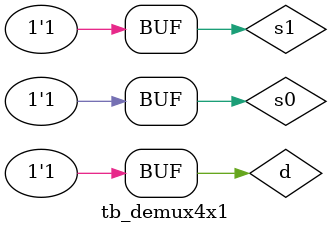
<source format=v>
`timescale 1ns/1ps
module tb_demux4x1;
  reg d,s1,s0;
  wire y0,y1,y2,y3;
  demux4x1  ins1(d,s1,s0,y0,y1,y2,y3);
  initial
begin
   $dumpfile("demux4x1.vcd");
   $dumpvars(1);
end

  initial
begin
  
   d=1'b0; {s1,s0}=2'b00;
#5 d=1'b1; {s1,s0}=2'b01;
#5 d=1'b0;{s1,s0}=2'b10;
#5 d=1'b1; {s1,s0}=2'b11;
end
initial
  $monitor("simtime=%0g, d=%b, s1=%b, s0=%b, y0=%b,y1=%b,y2=%b,y3=%b", $time, d, s1,s0,y0,y1,y2,y3);
endmodule
  

</source>
